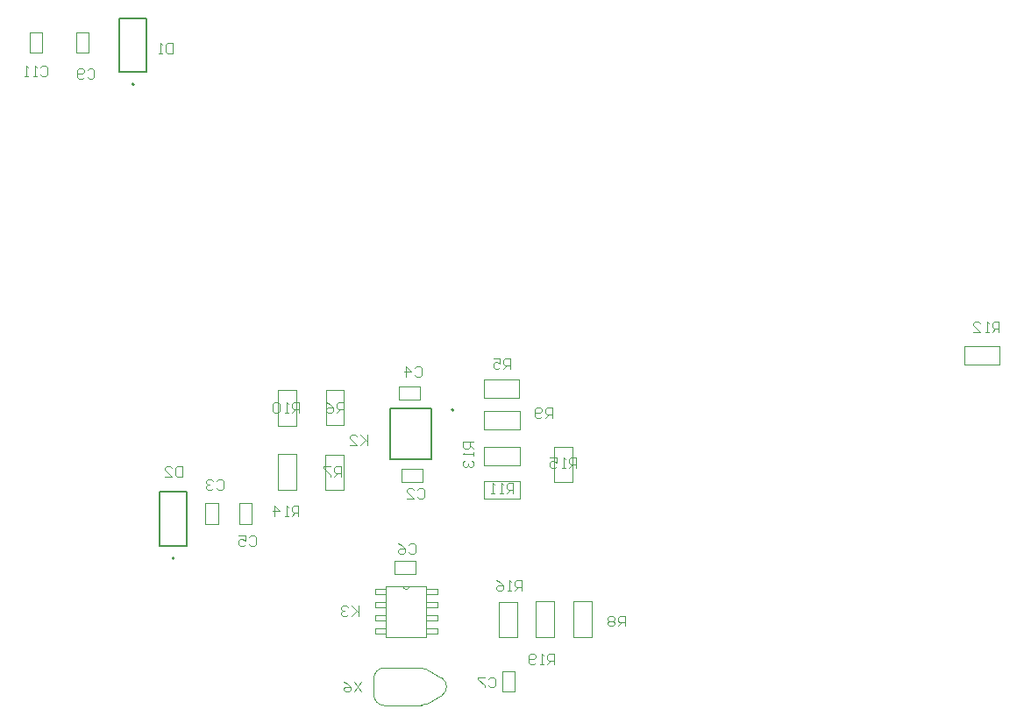
<source format=gbr>
G04*
G04 #@! TF.GenerationSoftware,Altium Limited,Altium Designer,24.1.2 (44)*
G04*
G04 Layer_Color=44716*
%FSLAX44Y44*%
%MOMM*%
G71*
G04*
G04 #@! TF.SameCoordinates,9659F079-296E-40C6-98A9-55E0524B4074*
G04*
G04*
G04 #@! TF.FilePolarity,Positive*
G04*
G01*
G75*
%ADD10C,0.2000*%
%ADD11C,0.1270*%
%ADD13C,0.1000*%
%ADD68C,0.0254*%
%ADD69C,0.0000*%
D10*
X288500Y652000D02*
G03*
X288500Y652000I-1000J0D01*
G01*
X327250Y194000D02*
G03*
X327250Y194000I-1000J0D01*
G01*
X597088Y337291D02*
G03*
X597088Y337291I-1000J0D01*
G01*
D11*
X274475Y664025D02*
X300525D01*
X274475D02*
Y715975D01*
X300525D01*
Y664025D02*
Y715975D01*
X313225Y206025D02*
X339275D01*
X313225D02*
Y257975D01*
X339275D01*
Y206025D02*
Y257975D01*
X536188Y289716D02*
Y338767D01*
X575188Y289716D02*
Y338767D01*
X536188Y289716D02*
X575188D01*
X536188Y338767D02*
X575188D01*
D13*
X520000Y62000D02*
G03*
X530000Y52000I10000J0D01*
G01*
X566000D02*
G03*
X571300Y53520I0J10000D01*
G01*
X586113Y61837D02*
G03*
X586111Y78160I-5671J8161D01*
G01*
X530000Y88000D02*
G03*
X520000Y78000I0J-10000D01*
G01*
X571300Y86480D02*
G03*
X566000Y88000I-5300J-8480D01*
G01*
X626250Y366750D02*
X660250D01*
X626250Y349250D02*
X660250D01*
Y366750D01*
X626250Y349250D02*
Y366750D01*
X473750Y322500D02*
Y356500D01*
X491250Y322500D02*
Y356500D01*
X473750D02*
X491250D01*
X473750Y322500D02*
X491250D01*
X473250Y260250D02*
Y294250D01*
X490750Y260250D02*
Y294250D01*
X473250D02*
X490750D01*
X473250Y260250D02*
X490750D01*
X730500Y118250D02*
Y152250D01*
X713000Y118250D02*
Y152250D01*
Y118250D02*
X730500D01*
X713000Y152250D02*
X730500D01*
X626750Y318750D02*
X660750D01*
X626750Y336250D02*
X660750D01*
X626750Y318750D02*
Y336250D01*
X660750Y318750D02*
Y336250D01*
X445250Y322250D02*
Y356250D01*
X427750Y322250D02*
Y356250D01*
Y322250D02*
X445250D01*
X427750Y356250D02*
X445250D01*
X626750Y251250D02*
X660750D01*
X626750Y268750D02*
X660750D01*
X626750Y251250D02*
Y268750D01*
X660750Y251250D02*
Y268750D01*
X1090250Y399000D02*
X1124250D01*
X1090250Y381500D02*
X1124250D01*
Y399000D01*
X1090250Y381500D02*
Y399000D01*
X626750Y283750D02*
X660750D01*
X626750Y301250D02*
X660750D01*
X626750Y283750D02*
Y301250D01*
X660750Y283750D02*
Y301250D01*
X427500Y260500D02*
Y294500D01*
X445000Y260500D02*
Y294500D01*
X427500D02*
X445000D01*
X427500Y260500D02*
X445000D01*
X712000Y267750D02*
Y301750D01*
X694500Y267750D02*
Y301750D01*
Y267750D02*
X712000D01*
X694500Y301750D02*
X712000D01*
X641000Y117750D02*
Y151750D01*
X658500Y117750D02*
Y151750D01*
X641000D02*
X658500D01*
X641000Y117750D02*
X658500D01*
X694000Y118250D02*
Y152250D01*
X676500Y118250D02*
Y152250D01*
Y118250D02*
X694000D01*
X676500Y152250D02*
X694000D01*
X187550Y702250D02*
X199950D01*
X187550Y682250D02*
X199950D01*
X187550D02*
Y702250D01*
X199950Y682250D02*
Y702250D01*
X546750Y267800D02*
Y280200D01*
X566750Y267800D02*
Y280200D01*
X546750Y267800D02*
X566750D01*
X546750Y280200D02*
X566750D01*
X564250Y347300D02*
Y359700D01*
X544250Y347300D02*
Y359700D01*
X564250D01*
X544250Y347300D02*
X564250D01*
X560000Y178800D02*
Y191200D01*
X540000Y178800D02*
Y191200D01*
X560000D01*
X540000Y178800D02*
X560000D01*
X643800Y85000D02*
X656200D01*
X643800Y65000D02*
X656200D01*
X643800D02*
Y85000D01*
X656200Y65000D02*
Y85000D01*
X389800Y227250D02*
X402200D01*
X389800Y247250D02*
X402200D01*
Y227250D02*
Y247250D01*
X389800Y227250D02*
Y247250D01*
X232550Y682250D02*
Y702250D01*
X244950Y682250D02*
Y702250D01*
X232550D02*
X244950D01*
X232550Y682250D02*
X244950D01*
X369700Y227250D02*
Y247250D01*
X357300Y227250D02*
Y247250D01*
Y227250D02*
X369700D01*
X357300Y247250D02*
X369700D01*
X520000Y62000D02*
Y78000D01*
X530000Y52000D02*
X566000Y52000D01*
X571300Y53520D02*
X586111Y61840D01*
X571300Y86480D02*
X586111Y78160D01*
X530000Y88000D02*
X566000D01*
X652000Y377250D02*
Y387247D01*
X647002D01*
X645335Y385581D01*
Y382248D01*
X647002Y380582D01*
X652000D01*
X648668D02*
X645335Y377250D01*
X635339Y387247D02*
X642003D01*
Y382248D01*
X638671Y383914D01*
X637005D01*
X635339Y382248D01*
Y378916D01*
X637005Y377250D01*
X640337D01*
X642003Y378916D01*
X490750Y334500D02*
Y344497D01*
X485752D01*
X484086Y342831D01*
Y339498D01*
X485752Y337832D01*
X490750D01*
X487418D02*
X484086Y334500D01*
X474089Y344497D02*
X477421Y342831D01*
X480753Y339498D01*
Y336166D01*
X479087Y334500D01*
X475755D01*
X474089Y336166D01*
Y337832D01*
X475755Y339498D01*
X480753D01*
X488250Y273000D02*
Y282997D01*
X483252D01*
X481586Y281331D01*
Y277998D01*
X483252Y276332D01*
X488250D01*
X484918D02*
X481586Y273000D01*
X478253Y282997D02*
X471589D01*
Y281331D01*
X478253Y274666D01*
Y273000D01*
X762500Y128500D02*
Y138497D01*
X757502D01*
X755835Y136831D01*
Y133498D01*
X757502Y131832D01*
X762500D01*
X759168D02*
X755835Y128500D01*
X752503Y136831D02*
X750837Y138497D01*
X747505D01*
X745839Y136831D01*
Y135164D01*
X747505Y133498D01*
X745839Y131832D01*
Y130166D01*
X747505Y128500D01*
X750837D01*
X752503Y130166D01*
Y131832D01*
X750837Y133498D01*
X752503Y135164D01*
Y136831D01*
X750837Y133498D02*
X747505D01*
X692500Y329250D02*
Y339247D01*
X687502D01*
X685835Y337581D01*
Y334248D01*
X687502Y332582D01*
X692500D01*
X689168D02*
X685835Y329250D01*
X682503Y330916D02*
X680837Y329250D01*
X677505D01*
X675839Y330916D01*
Y337581D01*
X677505Y339247D01*
X680837D01*
X682503Y337581D01*
Y335914D01*
X680837Y334248D01*
X675839D01*
X447750Y334750D02*
Y344747D01*
X442752D01*
X441086Y343081D01*
Y339748D01*
X442752Y338082D01*
X447750D01*
X444418D02*
X441086Y334750D01*
X437753D02*
X434421D01*
X436087D01*
Y344747D01*
X437753Y343081D01*
X429423D02*
X427756Y344747D01*
X424424D01*
X422758Y343081D01*
Y336416D01*
X424424Y334750D01*
X427756D01*
X429423Y336416D01*
Y343081D01*
X654750Y256500D02*
Y266497D01*
X649752D01*
X648085Y264831D01*
Y261498D01*
X649752Y259832D01*
X654750D01*
X651418D02*
X648085Y256500D01*
X644753D02*
X641421D01*
X643087D01*
Y266497D01*
X644753Y264831D01*
X636423Y256500D02*
X633090D01*
X634756D01*
Y266497D01*
X636423Y264831D01*
X1123750Y412250D02*
Y422247D01*
X1118752D01*
X1117085Y420581D01*
Y417248D01*
X1118752Y415582D01*
X1123750D01*
X1120418D02*
X1117085Y412250D01*
X1113753D02*
X1110421D01*
X1112087D01*
Y422247D01*
X1113753Y420581D01*
X1098758Y412250D02*
X1105423D01*
X1098758Y418914D01*
Y420581D01*
X1100424Y422247D01*
X1103756D01*
X1105423Y420581D01*
X616250Y306750D02*
X606253D01*
Y301752D01*
X607919Y300086D01*
X611252D01*
X612918Y301752D01*
Y306750D01*
Y303418D02*
X616250Y300086D01*
Y296753D02*
Y293421D01*
Y295087D01*
X606253D01*
X607919Y296753D01*
Y288423D02*
X606253Y286756D01*
Y283424D01*
X607919Y281758D01*
X609585D01*
X611252Y283424D01*
Y285090D01*
Y283424D01*
X612918Y281758D01*
X614584D01*
X616250Y283424D01*
Y286756D01*
X614584Y288423D01*
X447250Y235000D02*
Y244997D01*
X442252D01*
X440586Y243331D01*
Y239998D01*
X442252Y238332D01*
X447250D01*
X443918D02*
X440586Y235000D01*
X437253D02*
X433921D01*
X435587D01*
Y244997D01*
X437253Y243331D01*
X423924Y235000D02*
Y244997D01*
X428923Y239998D01*
X422258D01*
X715000Y281000D02*
Y290997D01*
X710002D01*
X708335Y289331D01*
Y285998D01*
X710002Y284332D01*
X715000D01*
X711668D02*
X708335Y281000D01*
X705003D02*
X701671D01*
X703337D01*
Y290997D01*
X705003Y289331D01*
X690008Y290997D02*
X696673D01*
Y285998D01*
X693340Y287665D01*
X691674D01*
X690008Y285998D01*
Y282666D01*
X691674Y281000D01*
X695006D01*
X696673Y282666D01*
X663000Y162750D02*
Y172747D01*
X658002D01*
X656336Y171081D01*
Y167748D01*
X658002Y166082D01*
X663000D01*
X659668D02*
X656336Y162750D01*
X653003D02*
X649671D01*
X651337D01*
Y172747D01*
X653003Y171081D01*
X638008Y172747D02*
X641340Y171081D01*
X644673Y167748D01*
Y164416D01*
X643006Y162750D01*
X639674D01*
X638008Y164416D01*
Y166082D01*
X639674Y167748D01*
X644673D01*
X694250Y92000D02*
Y101997D01*
X689252D01*
X687586Y100331D01*
Y96998D01*
X689252Y95332D01*
X694250D01*
X690918D02*
X687586Y92000D01*
X684253D02*
X680921D01*
X682587D01*
Y101997D01*
X684253Y100331D01*
X675923Y93666D02*
X674256Y92000D01*
X670924D01*
X669258Y93666D01*
Y100331D01*
X670924Y101997D01*
X674256D01*
X675923Y100331D01*
Y98665D01*
X674256Y96998D01*
X669258D01*
X505000Y147997D02*
Y138000D01*
Y141332D01*
X498335Y147997D01*
X503334Y142998D01*
X498335Y138000D01*
X495003Y146331D02*
X493337Y147997D01*
X490005D01*
X488339Y146331D01*
Y144664D01*
X490005Y142998D01*
X491671D01*
X490005D01*
X488339Y141332D01*
Y139666D01*
X490005Y138000D01*
X493337D01*
X495003Y139666D01*
X198085Y667831D02*
X199752Y669497D01*
X203084D01*
X204750Y667831D01*
Y661166D01*
X203084Y659500D01*
X199752D01*
X198085Y661166D01*
X194753Y659500D02*
X191421D01*
X193087D01*
Y669497D01*
X194753Y667831D01*
X186423Y659500D02*
X183090D01*
X184757D01*
Y669497D01*
X186423Y667831D01*
X562085Y259831D02*
X563752Y261497D01*
X567084D01*
X568750Y259831D01*
Y253166D01*
X567084Y251500D01*
X563752D01*
X562085Y253166D01*
X552089Y251500D02*
X558753D01*
X552089Y258165D01*
Y259831D01*
X553755Y261497D01*
X557087D01*
X558753Y259831D01*
X559336Y377581D02*
X561002Y379247D01*
X564334D01*
X566000Y377581D01*
Y370916D01*
X564334Y369250D01*
X561002D01*
X559336Y370916D01*
X551005Y369250D02*
Y379247D01*
X556003Y374248D01*
X549339D01*
X553835Y206581D02*
X555502Y208247D01*
X558834D01*
X560500Y206581D01*
Y199916D01*
X558834Y198250D01*
X555502D01*
X553835Y199916D01*
X543839Y208247D02*
X547171Y206581D01*
X550503Y203248D01*
Y199916D01*
X548837Y198250D01*
X545505D01*
X543839Y199916D01*
Y201582D01*
X545505Y203248D01*
X550503D01*
X630336Y77581D02*
X632002Y79247D01*
X635334D01*
X637000Y77581D01*
Y70916D01*
X635334Y69250D01*
X632002D01*
X630336Y70916D01*
X627003Y79247D02*
X620339D01*
Y77581D01*
X627003Y70916D01*
Y69250D01*
X399585Y214581D02*
X401252Y216247D01*
X404584D01*
X406250Y214581D01*
Y207916D01*
X404584Y206250D01*
X401252D01*
X399585Y207916D01*
X389589Y216247D02*
X396253D01*
Y211248D01*
X392921Y212915D01*
X391255D01*
X389589Y211248D01*
Y207916D01*
X391255Y206250D01*
X394587D01*
X396253Y207916D01*
X243335Y665581D02*
X245002Y667247D01*
X248334D01*
X250000Y665581D01*
Y658916D01*
X248334Y657250D01*
X245002D01*
X243335Y658916D01*
X240003D02*
X238337Y657250D01*
X235005D01*
X233339Y658916D01*
Y665581D01*
X235005Y667247D01*
X238337D01*
X240003Y665581D01*
Y663914D01*
X238337Y662248D01*
X233339D01*
X368086Y268831D02*
X369752Y270497D01*
X373084D01*
X374750Y268831D01*
Y262166D01*
X373084Y260500D01*
X369752D01*
X368086Y262166D01*
X364753Y268831D02*
X363087Y270497D01*
X359755D01*
X358089Y268831D01*
Y267164D01*
X359755Y265498D01*
X361421D01*
X359755D01*
X358089Y263832D01*
Y262166D01*
X359755Y260500D01*
X363087D01*
X364753Y262166D01*
X325750Y691997D02*
Y682000D01*
X320752D01*
X319086Y683666D01*
Y690331D01*
X320752Y691997D01*
X325750D01*
X315753Y682000D02*
X312421D01*
X314087D01*
Y691997D01*
X315753Y690331D01*
X335250Y282997D02*
Y273000D01*
X330252D01*
X328586Y274666D01*
Y281331D01*
X330252Y282997D01*
X335250D01*
X318589Y273000D02*
X325253D01*
X318589Y279664D01*
Y281331D01*
X320255Y282997D01*
X323587D01*
X325253Y281331D01*
X513500Y312997D02*
Y303000D01*
Y306332D01*
X506836Y312997D01*
X511834Y307998D01*
X506836Y303000D01*
X496839D02*
X503503D01*
X496839Y309664D01*
Y311331D01*
X498505Y312997D01*
X501837D01*
X503503Y311331D01*
X507500Y74997D02*
X500835Y65000D01*
Y74997D02*
X507500Y65000D01*
X490839Y74997D02*
X494171Y73331D01*
X497503Y69998D01*
Y66666D01*
X495837Y65000D01*
X492505D01*
X490839Y66666D01*
Y68332D01*
X492505Y69998D01*
X497503D01*
D68*
X570828Y118029D02*
Y167051D01*
X531712D02*
X570828D01*
X531712Y118029D02*
Y167051D01*
Y118029D02*
X570828D01*
X521298Y164130D02*
X531712D01*
X521298Y159050D02*
Y164130D01*
Y159050D02*
X531712D01*
Y164130D01*
X521298Y151430D02*
X531712D01*
X521298Y146350D02*
Y151430D01*
Y146350D02*
X531712D01*
Y151430D01*
X521298Y138730D02*
X531712D01*
X521298Y133650D02*
Y138730D01*
Y133650D02*
X531712D01*
Y138730D01*
X521298Y126030D02*
X531712D01*
X521298Y120950D02*
Y126030D01*
Y120950D02*
X531712D01*
Y126030D01*
X570828Y120950D02*
X581242D01*
Y126030D01*
X570828D02*
X581242D01*
X570828Y120950D02*
Y126030D01*
Y133650D02*
X581242D01*
Y138730D01*
X570828D02*
X581242D01*
X570828Y133650D02*
Y138730D01*
Y146350D02*
X581242D01*
Y151430D01*
X570828D02*
X581242D01*
X570828Y146350D02*
Y151430D01*
Y159050D02*
X581242D01*
Y164130D01*
X570828D02*
X581242D01*
X570828Y159050D02*
Y164130D01*
D69*
X548222Y167051D02*
G03*
X554318Y167051I3048J0D01*
G01*
M02*

</source>
